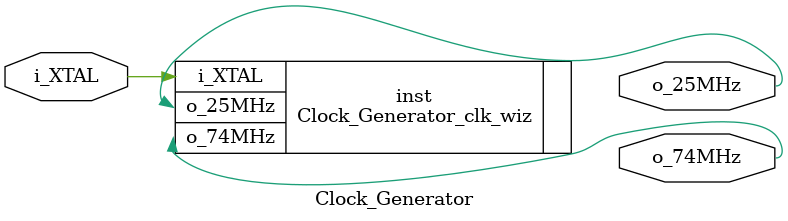
<source format=v>


`timescale 1ps/1ps

(* CORE_GENERATION_INFO = "Clock_Generator,clk_wiz_v6_0_4_0_0,{component_name=Clock_Generator,use_phase_alignment=true,use_min_o_jitter=false,use_max_i_jitter=false,use_dyn_phase_shift=false,use_inclk_switchover=false,use_dyn_reconfig=false,enable_axi=0,feedback_source=FDBK_AUTO,PRIMITIVE=MMCM,num_out_clk=2,clkin1_period=10.000,clkin2_period=10.000,use_power_down=false,use_reset=false,use_locked=false,use_inclk_stopped=false,feedback_type=SINGLE,CLOCK_MGR_TYPE=NA,manual_override=false}" *)

module Clock_Generator 
 (
  // Clock out ports
  output        o_74MHz,
  output        o_25MHz,
 // Clock in ports
  input         i_XTAL
 );

  Clock_Generator_clk_wiz inst
  (
  // Clock out ports  
  .o_74MHz(o_74MHz),
  .o_25MHz(o_25MHz),
 // Clock in ports
  .i_XTAL(i_XTAL)
  );

endmodule

</source>
